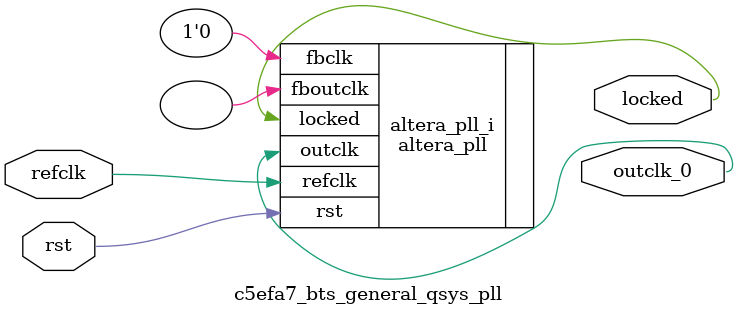
<source format=v>
`timescale 1ns/10ps
module  c5efa7_bts_general_qsys_pll(

	// interface 'refclk'
	input wire refclk,

	// interface 'reset'
	input wire rst,

	// interface 'outclk0'
	output wire outclk_0,

	// interface 'locked'
	output wire locked
);

	altera_pll #(
		.fractional_vco_multiplier("false"),
		.reference_clock_frequency("50.0 MHz"),
		.operation_mode("normal"),
		.number_of_clocks(1),
		.output_clock_frequency0("50.0 MHz"),
		.phase_shift0("0 ps"),
		.duty_cycle0(50),
		.output_clock_frequency1("0 MHz"),
		.phase_shift1("0 ps"),
		.duty_cycle1(50),
		.output_clock_frequency2("0 MHz"),
		.phase_shift2("0 ps"),
		.duty_cycle2(50),
		.output_clock_frequency3("0 MHz"),
		.phase_shift3("0 ps"),
		.duty_cycle3(50),
		.output_clock_frequency4("0 MHz"),
		.phase_shift4("0 ps"),
		.duty_cycle4(50),
		.output_clock_frequency5("0 MHz"),
		.phase_shift5("0 ps"),
		.duty_cycle5(50),
		.output_clock_frequency6("0 MHz"),
		.phase_shift6("0 ps"),
		.duty_cycle6(50),
		.output_clock_frequency7("0 MHz"),
		.phase_shift7("0 ps"),
		.duty_cycle7(50),
		.output_clock_frequency8("0 MHz"),
		.phase_shift8("0 ps"),
		.duty_cycle8(50),
		.output_clock_frequency9("0 MHz"),
		.phase_shift9("0 ps"),
		.duty_cycle9(50),
		.output_clock_frequency10("0 MHz"),
		.phase_shift10("0 ps"),
		.duty_cycle10(50),
		.output_clock_frequency11("0 MHz"),
		.phase_shift11("0 ps"),
		.duty_cycle11(50),
		.output_clock_frequency12("0 MHz"),
		.phase_shift12("0 ps"),
		.duty_cycle12(50),
		.output_clock_frequency13("0 MHz"),
		.phase_shift13("0 ps"),
		.duty_cycle13(50),
		.output_clock_frequency14("0 MHz"),
		.phase_shift14("0 ps"),
		.duty_cycle14(50),
		.output_clock_frequency15("0 MHz"),
		.phase_shift15("0 ps"),
		.duty_cycle15(50),
		.output_clock_frequency16("0 MHz"),
		.phase_shift16("0 ps"),
		.duty_cycle16(50),
		.output_clock_frequency17("0 MHz"),
		.phase_shift17("0 ps"),
		.duty_cycle17(50),
		.pll_type("General"),
		.pll_subtype("General")
	) altera_pll_i (
		.outclk	({outclk_0}),
		.locked	(locked),
		.fboutclk	( ),
		.fbclk	(1'b0),
		.rst	(rst),
		.refclk	(refclk)
	);
endmodule


</source>
